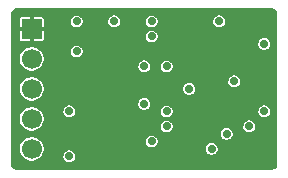
<source format=gbr>
G04 #@! TF.GenerationSoftware,KiCad,Pcbnew,9.0.2+dfsg-1*
G04 #@! TF.CreationDate,2025-06-12T17:09:33+08:00*
G04 #@! TF.ProjectId,i2c_led,6932635f-6c65-4642-9e6b-696361645f70,b*
G04 #@! TF.SameCoordinates,Original*
G04 #@! TF.FileFunction,Copper,L2,Inr*
G04 #@! TF.FilePolarity,Positive*
%FSLAX46Y46*%
G04 Gerber Fmt 4.6, Leading zero omitted, Abs format (unit mm)*
G04 Created by KiCad (PCBNEW 9.0.2+dfsg-1) date 2025-06-12 17:09:33*
%MOMM*%
%LPD*%
G01*
G04 APERTURE LIST*
G04 #@! TA.AperFunction,ComponentPad*
%ADD10R,1.700000X1.700000*%
G04 #@! TD*
G04 #@! TA.AperFunction,ComponentPad*
%ADD11C,1.700000*%
G04 #@! TD*
G04 #@! TA.AperFunction,ViaPad*
%ADD12C,0.700000*%
G04 #@! TD*
G04 APERTURE END LIST*
D10*
G04 #@! TO.N,VCC*
G04 #@! TO.C,J1*
X135890000Y-91440000D03*
D11*
G04 #@! TO.N,/SCL*
X135890000Y-93980000D03*
G04 #@! TO.N,/SDA*
X135890000Y-96520000D03*
G04 #@! TO.N,/RSTN*
X135890000Y-99060000D03*
G04 #@! TO.N,GND*
X135890000Y-101600000D03*
G04 #@! TD*
D12*
G04 #@! TO.N,GND*
X151130000Y-101600000D03*
X149225000Y-96520000D03*
X145415000Y-97790000D03*
X139700000Y-90805000D03*
X151765000Y-90805000D03*
X142875000Y-90805000D03*
X139065000Y-102235000D03*
X153035000Y-95885000D03*
X155575000Y-98425000D03*
X146050000Y-100965000D03*
X146050000Y-90805000D03*
X139065000Y-98425000D03*
X139700000Y-93345000D03*
X146050000Y-92075000D03*
X152400000Y-100330000D03*
X154305000Y-99695000D03*
X145415000Y-94615000D03*
G04 #@! TO.N,VCC*
X145415000Y-96520000D03*
X140970000Y-98425000D03*
X154305000Y-92710000D03*
X147955000Y-92710000D03*
X154305000Y-97790000D03*
X153670000Y-102235000D03*
X142875000Y-92215000D03*
X144145000Y-98425000D03*
X147320000Y-102235000D03*
G04 #@! TO.N,Net-(D3-BK)*
X147320000Y-99695000D03*
X155575000Y-92710000D03*
G04 #@! TO.N,AD0*
X147320000Y-94615000D03*
G04 #@! TO.N,AD1*
X147320000Y-98425000D03*
G04 #@! TD*
G04 #@! TA.AperFunction,Conductor*
G04 #@! TO.N,VCC*
G36*
X156214884Y-89688543D02*
G01*
X156324964Y-89703035D01*
X156343920Y-89708114D01*
X156441907Y-89748702D01*
X156458902Y-89758514D01*
X156500973Y-89790796D01*
X156543041Y-89823077D01*
X156556922Y-89836958D01*
X156621483Y-89921094D01*
X156631299Y-89938095D01*
X156671884Y-90036076D01*
X156676965Y-90055038D01*
X156691457Y-90165114D01*
X156692100Y-90174930D01*
X156692100Y-102865069D01*
X156691457Y-102874884D01*
X156691457Y-102874885D01*
X156676965Y-102984961D01*
X156671884Y-103003923D01*
X156631299Y-103101904D01*
X156621483Y-103118905D01*
X156556922Y-103203041D01*
X156543041Y-103216922D01*
X156458905Y-103281483D01*
X156441904Y-103291299D01*
X156343923Y-103331884D01*
X156324961Y-103336965D01*
X156246437Y-103347302D01*
X156214883Y-103351457D01*
X156205069Y-103352100D01*
X134624931Y-103352100D01*
X134615116Y-103351457D01*
X134568046Y-103345260D01*
X134505038Y-103336965D01*
X134486076Y-103331884D01*
X134388095Y-103291299D01*
X134371094Y-103281483D01*
X134286958Y-103216922D01*
X134273077Y-103203041D01*
X134208516Y-103118905D01*
X134198702Y-103101907D01*
X134158114Y-103003920D01*
X134153035Y-102984964D01*
X134138543Y-102874884D01*
X134137900Y-102865069D01*
X134137900Y-101501222D01*
X134887100Y-101501222D01*
X134887100Y-101698777D01*
X134925641Y-101892537D01*
X134925642Y-101892538D01*
X134998581Y-102068629D01*
X135001241Y-102075051D01*
X135110996Y-102239312D01*
X135110997Y-102239313D01*
X135111000Y-102239317D01*
X135250682Y-102378999D01*
X135250685Y-102379001D01*
X135250688Y-102379004D01*
X135414949Y-102488759D01*
X135597461Y-102564357D01*
X135597462Y-102564358D01*
X135597463Y-102564358D01*
X135597465Y-102564359D01*
X135727218Y-102590168D01*
X135791222Y-102602900D01*
X135791223Y-102602900D01*
X135988778Y-102602900D01*
X136036889Y-102593329D01*
X136182535Y-102564359D01*
X136365051Y-102488759D01*
X136529312Y-102379004D01*
X136669004Y-102239312D01*
X136716124Y-102168792D01*
X138562100Y-102168792D01*
X138562100Y-102301208D01*
X138582662Y-102377950D01*
X138596371Y-102429114D01*
X138662578Y-102543786D01*
X138662582Y-102543792D01*
X138756207Y-102637417D01*
X138756210Y-102637419D01*
X138756212Y-102637421D01*
X138806775Y-102666613D01*
X138870885Y-102703628D01*
X138870887Y-102703628D01*
X138870888Y-102703629D01*
X138998792Y-102737900D01*
X138998794Y-102737900D01*
X139131206Y-102737900D01*
X139131208Y-102737900D01*
X139259112Y-102703629D01*
X139373788Y-102637421D01*
X139467421Y-102543788D01*
X139533629Y-102429112D01*
X139567900Y-102301208D01*
X139567900Y-102168792D01*
X139533629Y-102040888D01*
X139533628Y-102040887D01*
X139533628Y-102040885D01*
X139496613Y-101976775D01*
X139467421Y-101926212D01*
X139467419Y-101926210D01*
X139467417Y-101926207D01*
X139373792Y-101832582D01*
X139373786Y-101832578D01*
X139259114Y-101766371D01*
X139195160Y-101749235D01*
X139131208Y-101732100D01*
X138998792Y-101732100D01*
X138947630Y-101745808D01*
X138870885Y-101766371D01*
X138756213Y-101832578D01*
X138756207Y-101832582D01*
X138662582Y-101926207D01*
X138662578Y-101926213D01*
X138596371Y-102040885D01*
X138587217Y-102075051D01*
X138562100Y-102168792D01*
X136716124Y-102168792D01*
X136778759Y-102075051D01*
X136854359Y-101892535D01*
X136892900Y-101698777D01*
X136892900Y-101533792D01*
X150627100Y-101533792D01*
X150627100Y-101666208D01*
X150635827Y-101698777D01*
X150661371Y-101794114D01*
X150727578Y-101908786D01*
X150727582Y-101908792D01*
X150821207Y-102002417D01*
X150821210Y-102002419D01*
X150821212Y-102002421D01*
X150871775Y-102031613D01*
X150935885Y-102068628D01*
X150935887Y-102068628D01*
X150935888Y-102068629D01*
X151063792Y-102102900D01*
X151063794Y-102102900D01*
X151196206Y-102102900D01*
X151196208Y-102102900D01*
X151324112Y-102068629D01*
X151438788Y-102002421D01*
X151532421Y-101908788D01*
X151598629Y-101794112D01*
X151632900Y-101666208D01*
X151632900Y-101533792D01*
X151598629Y-101405888D01*
X151598628Y-101405887D01*
X151598628Y-101405885D01*
X151561613Y-101341775D01*
X151532421Y-101291212D01*
X151532419Y-101291210D01*
X151532417Y-101291207D01*
X151438792Y-101197582D01*
X151438786Y-101197578D01*
X151324114Y-101131371D01*
X151260160Y-101114235D01*
X151196208Y-101097100D01*
X151063792Y-101097100D01*
X151012630Y-101110808D01*
X150935885Y-101131371D01*
X150821213Y-101197578D01*
X150821207Y-101197582D01*
X150727582Y-101291207D01*
X150727578Y-101291213D01*
X150661371Y-101405885D01*
X150647883Y-101456226D01*
X150627100Y-101533792D01*
X136892900Y-101533792D01*
X136892900Y-101501223D01*
X136854359Y-101307465D01*
X136778759Y-101124949D01*
X136669004Y-100960688D01*
X136669001Y-100960685D01*
X136668999Y-100960682D01*
X136607109Y-100898792D01*
X145547100Y-100898792D01*
X145547100Y-101031208D01*
X145564755Y-101097100D01*
X145581371Y-101159114D01*
X145647578Y-101273786D01*
X145647582Y-101273792D01*
X145741207Y-101367417D01*
X145741210Y-101367419D01*
X145741212Y-101367421D01*
X145791775Y-101396613D01*
X145855885Y-101433628D01*
X145855887Y-101433628D01*
X145855888Y-101433629D01*
X145983792Y-101467900D01*
X145983794Y-101467900D01*
X146116207Y-101467900D01*
X146116208Y-101467900D01*
X146244112Y-101433629D01*
X146358788Y-101367421D01*
X146452421Y-101273788D01*
X146518629Y-101159112D01*
X146552900Y-101031208D01*
X146552900Y-100898792D01*
X146518629Y-100770888D01*
X146518628Y-100770887D01*
X146518628Y-100770885D01*
X146481613Y-100706775D01*
X146452421Y-100656212D01*
X146452419Y-100656210D01*
X146452417Y-100656207D01*
X146358792Y-100562582D01*
X146358786Y-100562578D01*
X146244114Y-100496371D01*
X146180160Y-100479235D01*
X146116208Y-100462100D01*
X145983792Y-100462100D01*
X145932630Y-100475808D01*
X145855885Y-100496371D01*
X145741213Y-100562578D01*
X145741207Y-100562582D01*
X145647582Y-100656207D01*
X145647578Y-100656213D01*
X145581371Y-100770885D01*
X145567945Y-100820996D01*
X145547100Y-100898792D01*
X136607109Y-100898792D01*
X136529317Y-100821000D01*
X136529313Y-100820997D01*
X136529312Y-100820996D01*
X136365051Y-100711241D01*
X136232201Y-100656213D01*
X136182538Y-100635642D01*
X136182537Y-100635641D01*
X135988778Y-100597100D01*
X135988777Y-100597100D01*
X135791223Y-100597100D01*
X135791222Y-100597100D01*
X135597462Y-100635641D01*
X135597461Y-100635642D01*
X135414950Y-100711240D01*
X135250682Y-100821000D01*
X135111000Y-100960682D01*
X135001240Y-101124950D01*
X134925642Y-101307461D01*
X134925641Y-101307462D01*
X134887100Y-101501222D01*
X134137900Y-101501222D01*
X134137900Y-100263792D01*
X151897100Y-100263792D01*
X151897100Y-100396208D01*
X151914755Y-100462100D01*
X151931371Y-100524114D01*
X151997578Y-100638786D01*
X151997582Y-100638792D01*
X152091207Y-100732417D01*
X152091210Y-100732419D01*
X152091212Y-100732421D01*
X152141775Y-100761613D01*
X152205885Y-100798628D01*
X152205887Y-100798628D01*
X152205888Y-100798629D01*
X152333792Y-100832900D01*
X152333794Y-100832900D01*
X152466206Y-100832900D01*
X152466208Y-100832900D01*
X152594112Y-100798629D01*
X152708788Y-100732421D01*
X152802421Y-100638788D01*
X152868629Y-100524112D01*
X152902900Y-100396208D01*
X152902900Y-100263792D01*
X152868629Y-100135888D01*
X152868628Y-100135887D01*
X152868628Y-100135885D01*
X152826489Y-100062900D01*
X152802421Y-100021212D01*
X152802419Y-100021210D01*
X152802417Y-100021207D01*
X152708792Y-99927582D01*
X152708786Y-99927578D01*
X152594114Y-99861371D01*
X152510635Y-99839004D01*
X152466208Y-99827100D01*
X152333792Y-99827100D01*
X152289365Y-99839004D01*
X152205885Y-99861371D01*
X152091213Y-99927578D01*
X152091207Y-99927582D01*
X151997582Y-100021207D01*
X151997578Y-100021213D01*
X151931371Y-100135885D01*
X151917883Y-100186226D01*
X151897100Y-100263792D01*
X134137900Y-100263792D01*
X134137900Y-98961222D01*
X134887100Y-98961222D01*
X134887100Y-99158777D01*
X134925641Y-99352537D01*
X134925642Y-99352538D01*
X135001241Y-99535051D01*
X135110996Y-99699312D01*
X135110997Y-99699313D01*
X135111000Y-99699317D01*
X135250682Y-99838999D01*
X135250685Y-99839001D01*
X135250688Y-99839004D01*
X135414949Y-99948759D01*
X135597461Y-100024357D01*
X135597462Y-100024358D01*
X135597463Y-100024358D01*
X135597465Y-100024359D01*
X135727218Y-100050168D01*
X135791222Y-100062900D01*
X135791223Y-100062900D01*
X135988778Y-100062900D01*
X136036889Y-100053329D01*
X136182535Y-100024359D01*
X136365051Y-99948759D01*
X136529312Y-99839004D01*
X136669004Y-99699312D01*
X136716124Y-99628792D01*
X146817100Y-99628792D01*
X146817100Y-99761208D01*
X146834755Y-99827100D01*
X146851371Y-99889114D01*
X146917578Y-100003786D01*
X146917582Y-100003792D01*
X147011207Y-100097417D01*
X147011210Y-100097419D01*
X147011212Y-100097421D01*
X147061775Y-100126613D01*
X147125885Y-100163628D01*
X147125887Y-100163628D01*
X147125888Y-100163629D01*
X147253792Y-100197900D01*
X147253794Y-100197900D01*
X147386207Y-100197900D01*
X147386208Y-100197900D01*
X147514112Y-100163629D01*
X147628788Y-100097421D01*
X147722421Y-100003788D01*
X147788629Y-99889112D01*
X147822900Y-99761208D01*
X147822900Y-99628792D01*
X153802100Y-99628792D01*
X153802100Y-99761208D01*
X153819755Y-99827100D01*
X153836371Y-99889114D01*
X153902578Y-100003786D01*
X153902582Y-100003792D01*
X153996207Y-100097417D01*
X153996210Y-100097419D01*
X153996212Y-100097421D01*
X154046775Y-100126613D01*
X154110885Y-100163628D01*
X154110887Y-100163628D01*
X154110888Y-100163629D01*
X154238792Y-100197900D01*
X154238794Y-100197900D01*
X154371206Y-100197900D01*
X154371208Y-100197900D01*
X154499112Y-100163629D01*
X154613788Y-100097421D01*
X154707421Y-100003788D01*
X154773629Y-99889112D01*
X154807900Y-99761208D01*
X154807900Y-99628792D01*
X154773629Y-99500888D01*
X154773628Y-99500887D01*
X154773628Y-99500885D01*
X154736613Y-99436775D01*
X154707421Y-99386212D01*
X154707419Y-99386210D01*
X154707417Y-99386207D01*
X154613792Y-99292582D01*
X154613786Y-99292578D01*
X154499114Y-99226371D01*
X154435160Y-99209235D01*
X154371208Y-99192100D01*
X154238792Y-99192100D01*
X154187630Y-99205808D01*
X154110885Y-99226371D01*
X153996213Y-99292578D01*
X153996207Y-99292582D01*
X153902582Y-99386207D01*
X153902578Y-99386213D01*
X153836371Y-99500885D01*
X153827217Y-99535051D01*
X153802100Y-99628792D01*
X147822900Y-99628792D01*
X147788629Y-99500888D01*
X147788628Y-99500887D01*
X147788628Y-99500885D01*
X147751613Y-99436775D01*
X147722421Y-99386212D01*
X147722419Y-99386210D01*
X147722417Y-99386207D01*
X147628792Y-99292582D01*
X147628786Y-99292578D01*
X147514114Y-99226371D01*
X147450160Y-99209235D01*
X147386208Y-99192100D01*
X147253792Y-99192100D01*
X147202630Y-99205808D01*
X147125885Y-99226371D01*
X147011213Y-99292578D01*
X147011207Y-99292582D01*
X146917582Y-99386207D01*
X146917578Y-99386213D01*
X146851371Y-99500885D01*
X146842217Y-99535051D01*
X146817100Y-99628792D01*
X136716124Y-99628792D01*
X136778759Y-99535051D01*
X136854359Y-99352535D01*
X136892900Y-99158777D01*
X136892900Y-98961223D01*
X136854359Y-98767465D01*
X136778759Y-98584949D01*
X136669004Y-98420688D01*
X136669001Y-98420685D01*
X136668999Y-98420682D01*
X136607109Y-98358792D01*
X138562100Y-98358792D01*
X138562100Y-98491208D01*
X138582662Y-98567950D01*
X138596371Y-98619114D01*
X138662578Y-98733786D01*
X138662582Y-98733792D01*
X138756207Y-98827417D01*
X138756210Y-98827419D01*
X138756212Y-98827421D01*
X138806775Y-98856613D01*
X138870885Y-98893628D01*
X138870887Y-98893628D01*
X138870888Y-98893629D01*
X138998792Y-98927900D01*
X138998794Y-98927900D01*
X139131206Y-98927900D01*
X139131208Y-98927900D01*
X139259112Y-98893629D01*
X139373788Y-98827421D01*
X139467421Y-98733788D01*
X139533629Y-98619112D01*
X139567900Y-98491208D01*
X139567900Y-98358792D01*
X146817100Y-98358792D01*
X146817100Y-98491208D01*
X146837662Y-98567950D01*
X146851371Y-98619114D01*
X146917578Y-98733786D01*
X146917582Y-98733792D01*
X147011207Y-98827417D01*
X147011210Y-98827419D01*
X147011212Y-98827421D01*
X147061775Y-98856613D01*
X147125885Y-98893628D01*
X147125887Y-98893628D01*
X147125888Y-98893629D01*
X147253792Y-98927900D01*
X147253794Y-98927900D01*
X147386206Y-98927900D01*
X147386208Y-98927900D01*
X147514112Y-98893629D01*
X147628788Y-98827421D01*
X147722421Y-98733788D01*
X147788629Y-98619112D01*
X147822900Y-98491208D01*
X147822900Y-98358792D01*
X155072100Y-98358792D01*
X155072100Y-98491208D01*
X155092662Y-98567950D01*
X155106371Y-98619114D01*
X155172578Y-98733786D01*
X155172582Y-98733792D01*
X155266207Y-98827417D01*
X155266210Y-98827419D01*
X155266212Y-98827421D01*
X155316775Y-98856613D01*
X155380885Y-98893628D01*
X155380887Y-98893628D01*
X155380888Y-98893629D01*
X155508792Y-98927900D01*
X155508794Y-98927900D01*
X155641206Y-98927900D01*
X155641208Y-98927900D01*
X155769112Y-98893629D01*
X155883788Y-98827421D01*
X155977421Y-98733788D01*
X156043629Y-98619112D01*
X156077900Y-98491208D01*
X156077900Y-98358792D01*
X156043629Y-98230888D01*
X156043628Y-98230887D01*
X156043628Y-98230885D01*
X156006613Y-98166775D01*
X155977421Y-98116212D01*
X155977419Y-98116210D01*
X155977417Y-98116207D01*
X155883792Y-98022582D01*
X155883786Y-98022578D01*
X155769114Y-97956371D01*
X155705160Y-97939235D01*
X155641208Y-97922100D01*
X155508792Y-97922100D01*
X155457630Y-97935808D01*
X155380885Y-97956371D01*
X155266213Y-98022578D01*
X155266207Y-98022582D01*
X155172582Y-98116207D01*
X155172578Y-98116213D01*
X155106371Y-98230885D01*
X155092883Y-98281226D01*
X155072100Y-98358792D01*
X147822900Y-98358792D01*
X147788629Y-98230888D01*
X147788628Y-98230887D01*
X147788628Y-98230885D01*
X147751613Y-98166775D01*
X147722421Y-98116212D01*
X147722419Y-98116210D01*
X147722417Y-98116207D01*
X147628792Y-98022582D01*
X147628786Y-98022578D01*
X147514114Y-97956371D01*
X147450160Y-97939235D01*
X147386208Y-97922100D01*
X147253792Y-97922100D01*
X147202630Y-97935808D01*
X147125885Y-97956371D01*
X147011213Y-98022578D01*
X147011207Y-98022582D01*
X146917582Y-98116207D01*
X146917578Y-98116213D01*
X146851371Y-98230885D01*
X146837883Y-98281226D01*
X146817100Y-98358792D01*
X139567900Y-98358792D01*
X139533629Y-98230888D01*
X139533628Y-98230887D01*
X139533628Y-98230885D01*
X139496613Y-98166775D01*
X139467421Y-98116212D01*
X139467419Y-98116210D01*
X139467417Y-98116207D01*
X139373792Y-98022582D01*
X139373786Y-98022578D01*
X139259114Y-97956371D01*
X139195160Y-97939235D01*
X139131208Y-97922100D01*
X138998792Y-97922100D01*
X138947630Y-97935808D01*
X138870885Y-97956371D01*
X138756213Y-98022578D01*
X138756207Y-98022582D01*
X138662582Y-98116207D01*
X138662578Y-98116213D01*
X138596371Y-98230885D01*
X138582883Y-98281226D01*
X138562100Y-98358792D01*
X136607109Y-98358792D01*
X136529317Y-98281000D01*
X136529313Y-98280997D01*
X136529312Y-98280996D01*
X136365051Y-98171241D01*
X136232201Y-98116213D01*
X136182538Y-98095642D01*
X136182537Y-98095641D01*
X135988778Y-98057100D01*
X135988777Y-98057100D01*
X135791223Y-98057100D01*
X135791222Y-98057100D01*
X135597462Y-98095641D01*
X135597461Y-98095642D01*
X135414950Y-98171240D01*
X135250682Y-98281000D01*
X135111000Y-98420682D01*
X135001240Y-98584950D01*
X134925642Y-98767461D01*
X134925641Y-98767462D01*
X134887100Y-98961222D01*
X134137900Y-98961222D01*
X134137900Y-97723792D01*
X144912100Y-97723792D01*
X144912100Y-97856208D01*
X144929755Y-97922100D01*
X144946371Y-97984114D01*
X145012578Y-98098786D01*
X145012582Y-98098792D01*
X145106207Y-98192417D01*
X145106210Y-98192419D01*
X145106212Y-98192421D01*
X145156775Y-98221613D01*
X145220885Y-98258628D01*
X145220887Y-98258628D01*
X145220888Y-98258629D01*
X145348792Y-98292900D01*
X145348794Y-98292900D01*
X145481207Y-98292900D01*
X145481208Y-98292900D01*
X145609112Y-98258629D01*
X145723788Y-98192421D01*
X145817421Y-98098788D01*
X145883629Y-97984112D01*
X145917900Y-97856208D01*
X145917900Y-97723792D01*
X145883629Y-97595888D01*
X145883628Y-97595887D01*
X145883628Y-97595885D01*
X145841489Y-97522900D01*
X145817421Y-97481212D01*
X145817419Y-97481210D01*
X145817417Y-97481207D01*
X145723792Y-97387582D01*
X145723786Y-97387578D01*
X145609114Y-97321371D01*
X145525635Y-97299004D01*
X145481208Y-97287100D01*
X145348792Y-97287100D01*
X145304365Y-97299004D01*
X145220885Y-97321371D01*
X145106213Y-97387578D01*
X145106207Y-97387582D01*
X145012582Y-97481207D01*
X145012578Y-97481213D01*
X144946371Y-97595885D01*
X144925808Y-97672630D01*
X144912100Y-97723792D01*
X134137900Y-97723792D01*
X134137900Y-96421222D01*
X134887100Y-96421222D01*
X134887100Y-96618777D01*
X134925641Y-96812537D01*
X134925642Y-96812538D01*
X134998581Y-96988629D01*
X135001241Y-96995051D01*
X135110996Y-97159312D01*
X135110997Y-97159313D01*
X135111000Y-97159317D01*
X135250682Y-97298999D01*
X135250685Y-97299001D01*
X135250688Y-97299004D01*
X135414949Y-97408759D01*
X135597461Y-97484357D01*
X135597462Y-97484358D01*
X135597463Y-97484358D01*
X135597465Y-97484359D01*
X135727218Y-97510168D01*
X135791222Y-97522900D01*
X135791223Y-97522900D01*
X135988778Y-97522900D01*
X136036889Y-97513329D01*
X136182535Y-97484359D01*
X136365051Y-97408759D01*
X136529312Y-97299004D01*
X136669004Y-97159312D01*
X136778759Y-96995051D01*
X136854359Y-96812535D01*
X136892900Y-96618777D01*
X136892900Y-96453792D01*
X148722100Y-96453792D01*
X148722100Y-96586208D01*
X148730827Y-96618777D01*
X148756371Y-96714114D01*
X148822578Y-96828786D01*
X148822582Y-96828792D01*
X148916207Y-96922417D01*
X148916210Y-96922419D01*
X148916212Y-96922421D01*
X148966775Y-96951613D01*
X149030885Y-96988628D01*
X149030887Y-96988628D01*
X149030888Y-96988629D01*
X149158792Y-97022900D01*
X149158794Y-97022900D01*
X149291206Y-97022900D01*
X149291208Y-97022900D01*
X149419112Y-96988629D01*
X149533788Y-96922421D01*
X149627421Y-96828788D01*
X149693629Y-96714112D01*
X149727900Y-96586208D01*
X149727900Y-96453792D01*
X149693629Y-96325888D01*
X149693628Y-96325887D01*
X149693628Y-96325885D01*
X149656613Y-96261775D01*
X149627421Y-96211212D01*
X149627419Y-96211210D01*
X149627417Y-96211207D01*
X149533792Y-96117582D01*
X149533786Y-96117578D01*
X149419114Y-96051371D01*
X149355160Y-96034235D01*
X149291208Y-96017100D01*
X149158792Y-96017100D01*
X149107630Y-96030808D01*
X149030885Y-96051371D01*
X148916213Y-96117578D01*
X148916207Y-96117582D01*
X148822582Y-96211207D01*
X148822578Y-96211213D01*
X148756371Y-96325885D01*
X148739755Y-96387900D01*
X148722100Y-96453792D01*
X136892900Y-96453792D01*
X136892900Y-96421223D01*
X136854359Y-96227465D01*
X136778759Y-96044949D01*
X136669004Y-95880688D01*
X136669001Y-95880685D01*
X136668999Y-95880682D01*
X136607109Y-95818792D01*
X152532100Y-95818792D01*
X152532100Y-95951208D01*
X152549755Y-96017100D01*
X152566371Y-96079114D01*
X152632578Y-96193786D01*
X152632582Y-96193792D01*
X152726207Y-96287417D01*
X152726210Y-96287419D01*
X152726212Y-96287421D01*
X152776775Y-96316613D01*
X152840885Y-96353628D01*
X152840887Y-96353628D01*
X152840888Y-96353629D01*
X152968792Y-96387900D01*
X152968794Y-96387900D01*
X153101206Y-96387900D01*
X153101208Y-96387900D01*
X153229112Y-96353629D01*
X153343788Y-96287421D01*
X153437421Y-96193788D01*
X153503629Y-96079112D01*
X153537900Y-95951208D01*
X153537900Y-95818792D01*
X153503629Y-95690888D01*
X153503628Y-95690887D01*
X153503628Y-95690885D01*
X153466613Y-95626775D01*
X153437421Y-95576212D01*
X153437419Y-95576210D01*
X153437417Y-95576207D01*
X153343792Y-95482582D01*
X153343786Y-95482578D01*
X153229114Y-95416371D01*
X153165160Y-95399235D01*
X153101208Y-95382100D01*
X152968792Y-95382100D01*
X152917630Y-95395808D01*
X152840885Y-95416371D01*
X152726213Y-95482578D01*
X152726207Y-95482582D01*
X152632582Y-95576207D01*
X152632578Y-95576213D01*
X152566371Y-95690885D01*
X152552945Y-95740996D01*
X152532100Y-95818792D01*
X136607109Y-95818792D01*
X136529317Y-95741000D01*
X136529313Y-95740997D01*
X136529312Y-95740996D01*
X136365051Y-95631241D01*
X136232201Y-95576213D01*
X136182538Y-95555642D01*
X136182537Y-95555641D01*
X135988778Y-95517100D01*
X135988777Y-95517100D01*
X135791223Y-95517100D01*
X135791222Y-95517100D01*
X135597462Y-95555641D01*
X135597461Y-95555642D01*
X135414950Y-95631240D01*
X135250682Y-95741000D01*
X135111000Y-95880682D01*
X135001240Y-96044950D01*
X134925642Y-96227461D01*
X134925641Y-96227462D01*
X134887100Y-96421222D01*
X134137900Y-96421222D01*
X134137900Y-93881222D01*
X134887100Y-93881222D01*
X134887100Y-94078777D01*
X134925641Y-94272537D01*
X134925642Y-94272538D01*
X135001241Y-94455051D01*
X135110996Y-94619312D01*
X135110997Y-94619313D01*
X135111000Y-94619317D01*
X135250682Y-94758999D01*
X135250685Y-94759001D01*
X135250688Y-94759004D01*
X135414949Y-94868759D01*
X135597461Y-94944357D01*
X135597462Y-94944358D01*
X135597463Y-94944358D01*
X135597465Y-94944359D01*
X135727218Y-94970168D01*
X135791222Y-94982900D01*
X135791223Y-94982900D01*
X135988778Y-94982900D01*
X136036889Y-94973329D01*
X136182535Y-94944359D01*
X136365051Y-94868759D01*
X136529312Y-94759004D01*
X136669004Y-94619312D01*
X136716124Y-94548792D01*
X144912100Y-94548792D01*
X144912100Y-94681208D01*
X144932662Y-94757950D01*
X144946371Y-94809114D01*
X145012578Y-94923786D01*
X145012582Y-94923792D01*
X145106207Y-95017417D01*
X145106210Y-95017419D01*
X145106212Y-95017421D01*
X145156775Y-95046613D01*
X145220885Y-95083628D01*
X145220887Y-95083628D01*
X145220888Y-95083629D01*
X145348792Y-95117900D01*
X145348794Y-95117900D01*
X145481206Y-95117900D01*
X145481208Y-95117900D01*
X145609112Y-95083629D01*
X145723788Y-95017421D01*
X145817421Y-94923788D01*
X145883629Y-94809112D01*
X145917900Y-94681208D01*
X145917900Y-94548792D01*
X146817100Y-94548792D01*
X146817100Y-94681208D01*
X146837662Y-94757950D01*
X146851371Y-94809114D01*
X146917578Y-94923786D01*
X146917582Y-94923792D01*
X147011207Y-95017417D01*
X147011210Y-95017419D01*
X147011212Y-95017421D01*
X147061775Y-95046613D01*
X147125885Y-95083628D01*
X147125887Y-95083628D01*
X147125888Y-95083629D01*
X147253792Y-95117900D01*
X147253794Y-95117900D01*
X147386206Y-95117900D01*
X147386208Y-95117900D01*
X147514112Y-95083629D01*
X147628788Y-95017421D01*
X147722421Y-94923788D01*
X147788629Y-94809112D01*
X147822900Y-94681208D01*
X147822900Y-94548792D01*
X147788629Y-94420888D01*
X147788628Y-94420887D01*
X147788628Y-94420885D01*
X147751613Y-94356775D01*
X147722421Y-94306212D01*
X147722419Y-94306210D01*
X147722417Y-94306207D01*
X147628792Y-94212582D01*
X147628786Y-94212578D01*
X147514114Y-94146371D01*
X147450160Y-94129235D01*
X147386208Y-94112100D01*
X147253792Y-94112100D01*
X147202630Y-94125808D01*
X147125885Y-94146371D01*
X147011213Y-94212578D01*
X147011207Y-94212582D01*
X146917582Y-94306207D01*
X146917578Y-94306213D01*
X146851371Y-94420885D01*
X146842217Y-94455051D01*
X146817100Y-94548792D01*
X145917900Y-94548792D01*
X145883629Y-94420888D01*
X145883628Y-94420887D01*
X145883628Y-94420885D01*
X145846613Y-94356775D01*
X145817421Y-94306212D01*
X145817419Y-94306210D01*
X145817417Y-94306207D01*
X145723792Y-94212582D01*
X145723786Y-94212578D01*
X145609114Y-94146371D01*
X145545160Y-94129235D01*
X145481208Y-94112100D01*
X145348792Y-94112100D01*
X145297630Y-94125808D01*
X145220885Y-94146371D01*
X145106213Y-94212578D01*
X145106207Y-94212582D01*
X145012582Y-94306207D01*
X145012578Y-94306213D01*
X144946371Y-94420885D01*
X144937217Y-94455051D01*
X144912100Y-94548792D01*
X136716124Y-94548792D01*
X136778759Y-94455051D01*
X136854359Y-94272535D01*
X136892900Y-94078777D01*
X136892900Y-93881223D01*
X136854359Y-93687465D01*
X136778759Y-93504949D01*
X136669004Y-93340688D01*
X136669001Y-93340685D01*
X136668999Y-93340682D01*
X136607109Y-93278792D01*
X139197100Y-93278792D01*
X139197100Y-93411208D01*
X139217662Y-93487950D01*
X139231371Y-93539114D01*
X139297578Y-93653786D01*
X139297582Y-93653792D01*
X139391207Y-93747417D01*
X139391210Y-93747419D01*
X139391212Y-93747421D01*
X139441775Y-93776613D01*
X139505885Y-93813628D01*
X139505887Y-93813628D01*
X139505888Y-93813629D01*
X139633792Y-93847900D01*
X139633794Y-93847900D01*
X139766206Y-93847900D01*
X139766208Y-93847900D01*
X139894112Y-93813629D01*
X140008788Y-93747421D01*
X140102421Y-93653788D01*
X140168629Y-93539112D01*
X140202900Y-93411208D01*
X140202900Y-93278792D01*
X140168629Y-93150888D01*
X140168628Y-93150887D01*
X140168628Y-93150885D01*
X140131613Y-93086775D01*
X140102421Y-93036212D01*
X140102419Y-93036210D01*
X140102417Y-93036207D01*
X140008792Y-92942582D01*
X140008786Y-92942578D01*
X139894114Y-92876371D01*
X139830160Y-92859235D01*
X139766208Y-92842100D01*
X139633792Y-92842100D01*
X139582630Y-92855808D01*
X139505885Y-92876371D01*
X139391213Y-92942578D01*
X139391207Y-92942582D01*
X139297582Y-93036207D01*
X139297578Y-93036213D01*
X139231371Y-93150885D01*
X139217945Y-93200996D01*
X139197100Y-93278792D01*
X136607109Y-93278792D01*
X136529317Y-93201000D01*
X136529313Y-93200997D01*
X136529312Y-93200996D01*
X136365051Y-93091241D01*
X136232201Y-93036213D01*
X136182538Y-93015642D01*
X136182537Y-93015641D01*
X135988778Y-92977100D01*
X135988777Y-92977100D01*
X135791223Y-92977100D01*
X135791222Y-92977100D01*
X135597462Y-93015641D01*
X135597461Y-93015642D01*
X135414950Y-93091240D01*
X135250682Y-93201000D01*
X135111000Y-93340682D01*
X135001240Y-93504950D01*
X134925642Y-93687461D01*
X134925641Y-93687462D01*
X134887100Y-93881222D01*
X134137900Y-93881222D01*
X134137900Y-92643792D01*
X155072100Y-92643792D01*
X155072100Y-92776208D01*
X155089755Y-92842100D01*
X155106371Y-92904114D01*
X155172578Y-93018786D01*
X155172582Y-93018792D01*
X155266207Y-93112417D01*
X155266210Y-93112419D01*
X155266212Y-93112421D01*
X155316775Y-93141613D01*
X155380885Y-93178628D01*
X155380887Y-93178628D01*
X155380888Y-93178629D01*
X155508792Y-93212900D01*
X155508794Y-93212900D01*
X155641206Y-93212900D01*
X155641208Y-93212900D01*
X155769112Y-93178629D01*
X155883788Y-93112421D01*
X155977421Y-93018788D01*
X156043629Y-92904112D01*
X156077900Y-92776208D01*
X156077900Y-92643792D01*
X156043629Y-92515888D01*
X156043628Y-92515887D01*
X156043628Y-92515885D01*
X155996095Y-92433557D01*
X155977421Y-92401212D01*
X155977419Y-92401210D01*
X155977417Y-92401207D01*
X155883792Y-92307582D01*
X155883786Y-92307578D01*
X155769114Y-92241371D01*
X155705160Y-92224235D01*
X155641208Y-92207100D01*
X155508792Y-92207100D01*
X155457630Y-92220808D01*
X155380885Y-92241371D01*
X155266213Y-92307578D01*
X155266207Y-92307582D01*
X155172582Y-92401207D01*
X155172578Y-92401213D01*
X155106371Y-92515885D01*
X155092883Y-92566226D01*
X155072100Y-92643792D01*
X134137900Y-92643792D01*
X134137900Y-90574987D01*
X134887600Y-90574987D01*
X134887600Y-91287600D01*
X135413198Y-91287600D01*
X135390000Y-91374174D01*
X135390000Y-91505826D01*
X135413198Y-91592400D01*
X134887600Y-91592400D01*
X134887600Y-92305012D01*
X134896441Y-92349462D01*
X134896442Y-92349464D01*
X134930126Y-92399873D01*
X134980535Y-92433557D01*
X134980537Y-92433558D01*
X135024987Y-92442400D01*
X135737600Y-92442400D01*
X135737600Y-91916802D01*
X135824174Y-91940000D01*
X135955826Y-91940000D01*
X136042400Y-91916802D01*
X136042400Y-92442400D01*
X136755013Y-92442400D01*
X136799462Y-92433558D01*
X136799464Y-92433557D01*
X136849873Y-92399873D01*
X136883557Y-92349464D01*
X136883558Y-92349462D01*
X136892400Y-92305012D01*
X136892400Y-92008792D01*
X145547100Y-92008792D01*
X145547100Y-92141208D01*
X145564755Y-92207100D01*
X145581371Y-92269114D01*
X145647578Y-92383786D01*
X145647582Y-92383792D01*
X145741207Y-92477417D01*
X145741210Y-92477419D01*
X145741212Y-92477421D01*
X145791775Y-92506613D01*
X145855885Y-92543628D01*
X145855887Y-92543628D01*
X145855888Y-92543629D01*
X145983792Y-92577900D01*
X145983794Y-92577900D01*
X146116207Y-92577900D01*
X146116208Y-92577900D01*
X146244112Y-92543629D01*
X146358788Y-92477421D01*
X146452421Y-92383788D01*
X146518629Y-92269112D01*
X146552900Y-92141208D01*
X146552900Y-92008792D01*
X146518629Y-91880888D01*
X146518628Y-91880887D01*
X146518628Y-91880885D01*
X146481613Y-91816775D01*
X146452421Y-91766212D01*
X146452419Y-91766210D01*
X146452417Y-91766207D01*
X146358792Y-91672582D01*
X146358786Y-91672578D01*
X146244114Y-91606371D01*
X146180160Y-91589235D01*
X146116208Y-91572100D01*
X145983792Y-91572100D01*
X145932630Y-91585808D01*
X145855885Y-91606371D01*
X145741213Y-91672578D01*
X145741207Y-91672582D01*
X145647582Y-91766207D01*
X145647578Y-91766213D01*
X145581371Y-91880885D01*
X145565532Y-91940000D01*
X145547100Y-92008792D01*
X136892400Y-92008792D01*
X136892400Y-91592400D01*
X136366802Y-91592400D01*
X136390000Y-91505826D01*
X136390000Y-91374174D01*
X136366802Y-91287600D01*
X136892400Y-91287600D01*
X136892400Y-90738792D01*
X139197100Y-90738792D01*
X139197100Y-90871208D01*
X139215532Y-90940000D01*
X139231371Y-90999114D01*
X139297578Y-91113786D01*
X139297582Y-91113792D01*
X139391207Y-91207417D01*
X139391210Y-91207419D01*
X139391212Y-91207421D01*
X139441775Y-91236613D01*
X139505885Y-91273628D01*
X139505887Y-91273628D01*
X139505888Y-91273629D01*
X139633792Y-91307900D01*
X139633794Y-91307900D01*
X139766206Y-91307900D01*
X139766208Y-91307900D01*
X139894112Y-91273629D01*
X140008788Y-91207421D01*
X140102421Y-91113788D01*
X140168629Y-90999112D01*
X140202900Y-90871208D01*
X140202900Y-90738792D01*
X142372100Y-90738792D01*
X142372100Y-90871208D01*
X142390532Y-90940000D01*
X142406371Y-90999114D01*
X142472578Y-91113786D01*
X142472582Y-91113792D01*
X142566207Y-91207417D01*
X142566210Y-91207419D01*
X142566212Y-91207421D01*
X142616775Y-91236613D01*
X142680885Y-91273628D01*
X142680887Y-91273628D01*
X142680888Y-91273629D01*
X142808792Y-91307900D01*
X142808794Y-91307900D01*
X142941206Y-91307900D01*
X142941208Y-91307900D01*
X143069112Y-91273629D01*
X143183788Y-91207421D01*
X143277421Y-91113788D01*
X143343629Y-90999112D01*
X143377900Y-90871208D01*
X143377900Y-90738792D01*
X145547100Y-90738792D01*
X145547100Y-90871208D01*
X145565532Y-90940000D01*
X145581371Y-90999114D01*
X145647578Y-91113786D01*
X145647582Y-91113792D01*
X145741207Y-91207417D01*
X145741210Y-91207419D01*
X145741212Y-91207421D01*
X145791775Y-91236613D01*
X145855885Y-91273628D01*
X145855887Y-91273628D01*
X145855888Y-91273629D01*
X145983792Y-91307900D01*
X145983794Y-91307900D01*
X146116206Y-91307900D01*
X146116208Y-91307900D01*
X146244112Y-91273629D01*
X146358788Y-91207421D01*
X146452421Y-91113788D01*
X146518629Y-90999112D01*
X146552900Y-90871208D01*
X146552900Y-90738792D01*
X151262100Y-90738792D01*
X151262100Y-90871208D01*
X151280532Y-90940000D01*
X151296371Y-90999114D01*
X151362578Y-91113786D01*
X151362582Y-91113792D01*
X151456207Y-91207417D01*
X151456210Y-91207419D01*
X151456212Y-91207421D01*
X151506775Y-91236613D01*
X151570885Y-91273628D01*
X151570887Y-91273628D01*
X151570888Y-91273629D01*
X151698792Y-91307900D01*
X151698794Y-91307900D01*
X151831206Y-91307900D01*
X151831208Y-91307900D01*
X151959112Y-91273629D01*
X152073788Y-91207421D01*
X152167421Y-91113788D01*
X152233629Y-90999112D01*
X152267900Y-90871208D01*
X152267900Y-90738792D01*
X152233629Y-90610888D01*
X152233628Y-90610887D01*
X152233628Y-90610885D01*
X152187237Y-90530535D01*
X152167421Y-90496212D01*
X152167419Y-90496210D01*
X152167417Y-90496207D01*
X152073792Y-90402582D01*
X152073786Y-90402578D01*
X151959114Y-90336371D01*
X151895160Y-90319235D01*
X151831208Y-90302100D01*
X151698792Y-90302100D01*
X151647630Y-90315808D01*
X151570885Y-90336371D01*
X151456213Y-90402578D01*
X151456207Y-90402582D01*
X151362582Y-90496207D01*
X151362578Y-90496213D01*
X151296371Y-90610885D01*
X151275808Y-90687630D01*
X151262100Y-90738792D01*
X146552900Y-90738792D01*
X146518629Y-90610888D01*
X146518628Y-90610887D01*
X146518628Y-90610885D01*
X146472237Y-90530535D01*
X146452421Y-90496212D01*
X146452419Y-90496210D01*
X146452417Y-90496207D01*
X146358792Y-90402582D01*
X146358786Y-90402578D01*
X146244114Y-90336371D01*
X146180160Y-90319235D01*
X146116208Y-90302100D01*
X145983792Y-90302100D01*
X145932630Y-90315808D01*
X145855885Y-90336371D01*
X145741213Y-90402578D01*
X145741207Y-90402582D01*
X145647582Y-90496207D01*
X145647578Y-90496213D01*
X145581371Y-90610885D01*
X145560808Y-90687630D01*
X145547100Y-90738792D01*
X143377900Y-90738792D01*
X143343629Y-90610888D01*
X143343628Y-90610887D01*
X143343628Y-90610885D01*
X143297237Y-90530535D01*
X143277421Y-90496212D01*
X143277419Y-90496210D01*
X143277417Y-90496207D01*
X143183792Y-90402582D01*
X143183786Y-90402578D01*
X143069114Y-90336371D01*
X143005160Y-90319235D01*
X142941208Y-90302100D01*
X142808792Y-90302100D01*
X142757630Y-90315808D01*
X142680885Y-90336371D01*
X142566213Y-90402578D01*
X142566207Y-90402582D01*
X142472582Y-90496207D01*
X142472578Y-90496213D01*
X142406371Y-90610885D01*
X142385808Y-90687630D01*
X142372100Y-90738792D01*
X140202900Y-90738792D01*
X140168629Y-90610888D01*
X140168628Y-90610887D01*
X140168628Y-90610885D01*
X140122237Y-90530535D01*
X140102421Y-90496212D01*
X140102419Y-90496210D01*
X140102417Y-90496207D01*
X140008792Y-90402582D01*
X140008786Y-90402578D01*
X139894114Y-90336371D01*
X139830160Y-90319235D01*
X139766208Y-90302100D01*
X139633792Y-90302100D01*
X139582630Y-90315808D01*
X139505885Y-90336371D01*
X139391213Y-90402578D01*
X139391207Y-90402582D01*
X139297582Y-90496207D01*
X139297578Y-90496213D01*
X139231371Y-90610885D01*
X139210808Y-90687630D01*
X139197100Y-90738792D01*
X136892400Y-90738792D01*
X136892400Y-90574987D01*
X136883558Y-90530537D01*
X136883557Y-90530535D01*
X136849873Y-90480126D01*
X136799464Y-90446442D01*
X136799462Y-90446441D01*
X136755013Y-90437600D01*
X136042400Y-90437600D01*
X136042400Y-90963197D01*
X135955826Y-90940000D01*
X135824174Y-90940000D01*
X135737600Y-90963197D01*
X135737600Y-90437600D01*
X135024987Y-90437600D01*
X134980537Y-90446441D01*
X134980535Y-90446442D01*
X134930126Y-90480126D01*
X134896442Y-90530535D01*
X134896441Y-90530537D01*
X134887600Y-90574987D01*
X134137900Y-90574987D01*
X134137900Y-90174930D01*
X134138543Y-90165115D01*
X134148116Y-90092399D01*
X134153035Y-90055033D01*
X134158113Y-90036081D01*
X134198703Y-89938088D01*
X134208512Y-89921100D01*
X134273078Y-89836956D01*
X134286958Y-89823077D01*
X134371100Y-89758512D01*
X134388088Y-89748703D01*
X134486081Y-89708113D01*
X134505033Y-89703035D01*
X134615116Y-89688543D01*
X134624931Y-89687900D01*
X134654898Y-89687900D01*
X156175102Y-89687900D01*
X156205069Y-89687900D01*
X156214884Y-89688543D01*
G37*
G04 #@! TD.AperFunction*
G04 #@! TD*
M02*

</source>
